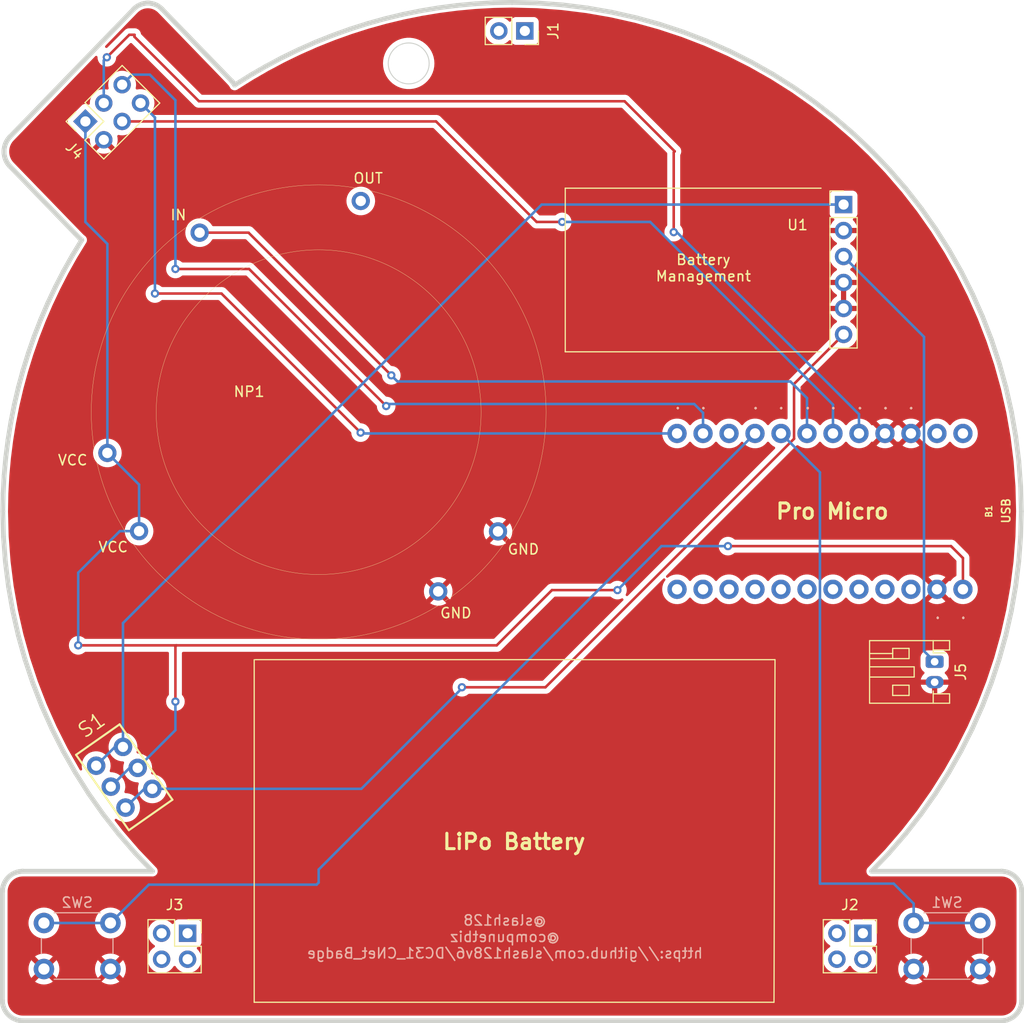
<source format=kicad_pcb>
(kicad_pcb (version 20211014) (generator pcbnew)
  (title_block (title "DC31 Cnet Badge Rear"))
  (layers (0 "F.Cu" signal) (31 "B.Cu" signal) (34 "B.Paste" user) (35 "F.Paste" user) (36 "B.SilkS" user "B.Silkscreen") (37 "F.SilkS" user "F.Silkscreen") (38 "B.Mask" user) (39 "F.Mask" user) (44 "Edge.Cuts" user))
  (net 0 "")
  (net 3 "GND")
  (net 13 "VCC")
  (net 25 "Net-(J5-Pad1)")
  (net 26 "Net-(B1-Pad5)")
  (net 27 "Net-(B1-Pad6)")
  (net 28 "Net-(B1-Pad9)")
  (net 30 "Net-(S1-Pad3)")
  (net 31 "Net-(S1-Pad1)")
  (net 32 "Net-(B1-Pad7)")
  (net 33 "Net-(B1-Pad8)")
  (net 34 "Net-(B1-Pad11)")
  (net 35 "Net-(B1-Pad12)")
  (footprint "DC31_Cnet_Badge:Adafruit-NeoPixel-Ring-16_B" (layer "F.Cu") (at 81.1 90.3)
    (fp_text reference "NP1")
    (fp_text value "Adafruit_NeoPixel_Ring_16-B")
  )
  (footprint "Connector_PinSocket_2.54mm:PinSocket_1x02_P2.54mm_Vertical" (layer "F.Cu") (at 101.25 53.025 -90)
    (fp_text reference "J1")
    (fp_text value "Conn_02x02_Top_Bottom" hide)
  )
  (footprint "DC31_Cnet_Badge:MH-CD42 LiPo Battery Management Module" (layer "F.Cu") (at 132.4 70)
    (fp_text reference "U1")
    (fp_text value "MH-CD42_LiPo_Batery_Management_Module" hide)
  )
  (footprint "SparkFun-Boards:SPARKFUN_PRO_MICRO" (layer "F.Cu") (at 131.365 100 -90)
    (fp_text reference "B1")
    (fp_text value "SPARKFUN_PRO_MICRO" hide)
  )
  (footprint "DC31_Cnet_Badge:LiPo_Battery_SparkFun_PRT-18286" (layer "F.Cu") (at 100 131.2)
    (fp_text reference "REF**" hide)
    (fp_text value "LiPo_Battery_SparkFun_PRT-18286")
  )
  (footprint "Connector_PinSocket_2.54mm:PinSocket_2x02_P2.54mm_Vertical" (layer "F.Cu") (at 134.29 141.25)
    (fp_text reference "J2")
    (fp_text value "Conn_02x02_Top_Bottom" hide)
  )
  (footprint "JS202011CQN:SPARKFUN-RETIRED_SWITCH-2.5X3.2-6" (layer "F.Cu") (at 62.223298 128.965602 35)
    (fp_text reference "S1")
    (fp_text value "JS202011CQN")
  )
  (footprint "Connector_JST:JST_PH_S2B-PH-K_1x02_P2.00mm_Horizontal" (layer "F.Cu") (at 141.3 114.7 -90)
    (fp_text reference "J5")
    (fp_text value "Conn_01x02_Male" hide)
  )
  (footprint "DC31_CNet_Badge:PinSocket_2x03_P2.54mm_Vertical_Tab" (layer "F.Cu") (at 58.302388 61.873277 135)
    (fp_text reference "J4")
    (fp_text value "Conn_02x03_Top_Bottom" hide)
  )
  (footprint "Connector_PinSocket_2.54mm:PinSocket_2x02_P2.54mm_Vertical" (layer "F.Cu") (at 68.29 141.25)
    (fp_text reference "J3")
    (fp_text value "Conn_02x02_Top_Bottom" hide)
  )
  (footprint "Button_Switch_THT:SW_PUSH_6mm" (layer "B.Cu") (at 60.75 140.25 180)
    (fp_text reference "SW2")
    (fp_text value "SW_Push" hide)
  )
  (footprint "Button_Switch_THT:SW_PUSH_6mm" (layer "B.Cu") (at 145.75 140.25 180)
    (fp_text reference "SW1")
    (fp_text value "SW_Push" hide)
  )
  (gr_line (start 50.732155 66.029492) (end 50.791676 66.108369) (layer "Edge.Cuts") (width 0.464309))
  (gr_line (start 50.431011 65.411546) (end 50.461188 65.505709) (layer "Edge.Cuts") (width 0.464309))
  (gr_line (start 149.083156 149.354247) (end 149.15572 149.291391) (layer "Edge.Cuts") (width 0.464309))
  (gr_line (start 149.770308 148.214116) (end 149.787899 148.115635) (layer "Edge.Cuts") (width 0.464309))
  (gr_line (start 64.886765 50.362754) (end 64.792808 50.340878) (layer "Edge.Cuts") (width 0.464309))
  (gr_line (start 50.212176 148.115605) (end 50.229762 148.214078) (layer "Edge.Cuts") (width 0.464309))
  (gr_line (start 50.405293 65.315867) (end 50.431011 65.411546) (layer "Edge.Cuts") (width 0.464309))
  (gr_line (start 143.905038 76.564588) (end 142.707878 74.447796) (layer "Edge.Cuts") (width 0.464309))
  (gr_line (start 121.264952 55.003747) (end 119.045309 54.020284) (layer "Edge.Cuts") (width 0.464309))
  (gr_line (start 92.835825 50.762263) (end 91.069696 51.054729) (layer "Edge.Cuts") (width 0.464309))
  (gr_line (start 57.879847 73.419272) (end 57.911782 73.444397) (layer "Edge.Cuts") (width 0.464309))
  (gr_line (start 51.884339 149.787881) (end 51.984422 149.800609) (layer "Edge.Cuts") (width 0.464309))
  (gr_line (start 50.922425 63.383679) (end 50.922425 63.383679) (layer "Edge.Cuts") (width 0.464309))
  (gr_line (start 50.191738 147.913981) (end 50.19946 148.015531) (layer "Edge.Cuts") (width 0.464309))
  (gr_line (start 51.785979 135.229769) (end 51.689226 135.252103) (layer "Edge.Cuts") (width 0.464309))
  (gr_line (start 148.115635 149.787899) (end 148.214116 149.770308) (layer "Edge.Cuts") (width 0.464309))
  (gr_line (start 50.279074 136.594308) (end 50.252121 136.689207) (layer "Edge.Cuts") (width 0.464309))
  (gr_line (start 149.800635 136.984545) (end 149.787918 136.884471) (layer "Edge.Cuts") (width 0.464309))
  (gr_line (start 58.627816 127.613237) (end 60.035011 129.609985) (layer "Edge.Cuts") (width 0.464309))
  (gr_line (start 50.645848 135.91692) (end 50.586478 135.992467) (layer "Edge.Cuts") (width 0.464309))
  (gr_line (start 135.191277 64.808575) (end 133.402982 63.106793) (layer "Edge.Cuts") (width 0.464309))
  (gr_line (start 52.085981 149.808344) (end 52.188892 149.810959) (layer "Edge.Cuts") (width 0.464309))
  (gr_line (start 63.654116 50.45614) (end 63.566356 50.496291) (layer "Edge.Cuts") (width 0.464309))
  (gr_line (start 50.53072 136.070874) (end 50.478701 136.152013) (layer "Edge.Cuts") (width 0.464309))
  (gr_line (start 109.754488 51.197084) (end 107.349117 50.777396) (layer "Edge.Cuts") (width 0.464309))
  (gr_line (start 50.461188 65.505709) (end 50.495758 65.598187) (layer "Edge.Cuts") (width 0.464309))
  (gr_line (start 50.189136 147.811081) (end 50.189136 147.811081) (layer "Edge.Cuts") (width 0.464309))
  (gr_line (start 63.743667 50.420454) (end 63.654116 50.45614) (layer "Edge.Cuts") (width 0.464309))
  (gr_line (start 129.608896 59.997562) (end 127.611263 58.593493) (layer "Edge.Cuts") (width 0.464309))
  (gr_line (start 148.678198 135.386412) (end 148.589616 135.346356) (layer "Edge.Cuts") (width 0.464309))
  (gr_line (start 63.396856 50.589714) (end 63.315438 50.642848) (layer "Edge.Cuts") (width 0.464309))
  (gr_line (start 50.676626 63.693155) (end 50.625154 63.777232) (layer "Edge.Cuts") (width 0.464309))
  (gr_line (start 149.22526 135.774975) (end 149.15581 135.708756) (layer "Edge.Cuts") (width 0.464309))
  (gr_line (start 148.310869 149.747973) (end 148.405768 149.721021) (layer "Edge.Cuts") (width 0.464309))
  (gr_line (start 64.116558 50.323743) (end 64.021454 50.340878) (layer "Edge.Cuts") (width 0.464309))
  (gr_line (start 50.478701 136.152013) (end 50.430546 136.23576) (layer "Edge.Cuts") (width 0.464309))
  (gr_line (start 135.144157 135.189117) (end 136.849096 133.402288) (layer "Edge.Cuts") (width 0.464309))
  (gr_line (start 51.41048 149.65372) (end 51.501293 149.689535) (layer "Edge.Cuts") (width 0.464309))
  (gr_line (start 147.811203 135.189117) (end 147.811203 135.189117) (layer "Edge.Cuts") (width 0.464309))
  (gr_line (start 139.964653 129.61056) (end 141.371878 127.613826) (layer "Edge.Cuts") (width 0.464309))
  (gr_line (start 149.613768 136.322053) (end 149.569608 136.235828) (layer "Edge.Cuts") (width 0.464309))
  (gr_line (start 149.810959 137.188995) (end 149.810959 137.188995) (layer "Edge.Cuts") (width 0.464309))
  (gr_line (start 96.40134 50.368222) (end 94.613597 50.533261) (layer "Edge.Cuts") (width 0.464309))
  (gr_line (start 50.189136 137.188995) (end 50.189136 147.811081) (layer "Edge.Cuts") (width 0.464309))
  (gr_line (start 149.521393 148.848063) (end 149.569549 148.764317) (layer "Edge.Cuts") (width 0.464309))
  (gr_line (start 50.232025 100.000042) (end 50.232025 100.000042) (layer "Edge.Cuts") (width 0.464309))
  (gr_line (start 149.704415 102.468959) (end 149.768082 100.00005) (layer "Edge.Cuts") (width 0.464309))
  (gr_line (start 77.560515 55.619315) (end 75.974434 56.460513) (layer "Edge.Cuts") (width 0.464309))
  (gr_line (start 143.876738 123.439032) (end 144.970979 121.269138) (layer "Edge.Cuts") (width 0.464309))
  (gr_line (start 50.480581 104.920734) (end 50.785105 107.351683) (layer "Edge.Cuts") (width 0.464309))
  (gr_line (start 63.236456 50.700171) (end 63.160073 50.761614) (layer "Edge.Cuts") (width 0.464309))
  (gr_line (start 65.798519 50.896586) (end 65.798519 50.896586) (layer "Edge.Cuts") (width 0.464309))
  (gr_line (start 51.78586 149.770283) (end 51.884339 149.787881) (layer "Edge.Cuts") (width 0.464309))
  (gr_line (start 57.944217 73.468851) (end 57.944217 73.468851) (layer "Edge.Cuts") (width 0.464309))
  (gr_line (start 94.613597 50.533261) (end 92.835825 50.762263) (layer "Edge.Cuts") (width 0.464309))
  (gr_line (start 50.676626 65.947931) (end 50.732155 66.029492) (layer "Edge.Cuts") (width 0.464309))
  (gr_line (start 135.144157 135.189117) (end 135.144157 135.189117) (layer "Edge.Cuts") (width 0.464309))
  (gr_line (start 50.518906 94.743404) (end 50.361722 96.488423) (layer "Edge.Cuts") (width 0.464309))
  (gr_line (start 149.354247 149.083156) (end 149.413617 149.007609) (layer "Edge.Cuts") (width 0.464309))
  (gr_line (start 72.663802 57.99185) (end 72.620382 57.942239) (layer "Edge.Cuts") (width 0.464309))
  (gr_line (start 57.029961 74.971839) (end 56.171224 76.502791) (layer "Edge.Cuts") (width 0.464309))
  (gr_line (start 52.726179 84.522501) (end 52.210068 86.188528) (layer "Edge.Cuts") (width 0.464309))
  (gr_line (start 72.575367 57.894091) (end 72.575367 57.894091) (layer "Edge.Cuts") (width 0.464309))
  (gr_line (start 51.501293 149.689535) (end 51.594211 149.720985) (layer "Edge.Cuts") (width 0.464309))
  (gr_line (start 149.706914 97.532163) (end 149.524544 95.08103) (layer "Edge.Cuts") (width 0.464309))
  (gr_line (start 52.188892 149.810959) (end 52.188892 149.810959) (layer "Edge.Cuts") (width 0.464309))
  (gr_line (start 50.625154 63.777232) (end 50.577808 63.86366) (layer "Edge.Cuts") (width 0.464309))
  (gr_line (start 50.386327 148.678023) (end 50.430487 148.764249) (layer "Edge.Cuts") (width 0.464309))
  (gr_line (start 72.889048 58.317841) (end 72.855865 58.260352) (layer "Edge.Cuts") (width 0.464309))
  (gr_line (start 51.410592 135.34631) (end 51.322008 135.386361) (layer "Edge.Cuts") (width 0.464309))
  (gr_line (start 148.214116 149.770308) (end 148.310869 149.747973) (layer "Edge.Cuts") (width 0.464309))
  (gr_line (start 50.844376 135.708686) (end 50.774922 135.774903) (layer "Edge.Cuts") (width 0.464309))
  (gr_line (start 149.787899 148.115635) (end 149.800622 148.015552) (layer "Edge.Cuts") (width 0.464309))
  (gr_line (start 51.235672 149.569494) (end 51.321897 149.613664) (layer "Edge.Cuts") (width 0.464309))
  (gr_line (start 63.927497 50.362754) (end 63.834848 50.389302) (layer "Edge.Cuts") (width 0.464309))
  (gr_line (start 136.849096 133.402288) (end 138.456493 131.541408) (layer "Edge.Cuts") (width 0.464309))
  (gr_line (start 50.774922 135.774903) (end 50.708704 135.844357) (layer "Edge.Cuts") (width 0.464309))
  (gr_line (start 100.00005 50.232027) (end 98.197382 50.267644) (layer "Edge.Cuts") (width 0.464309))
  (gr_line (start 50.495758 64.042899) (end 50.461188 64.135378) (layer "Edge.Cuts") (width 0.464309))
  (gr_line (start 148.015552 149.800622) (end 148.115635 149.787899) (layer "Edge.Cuts") (width 0.464309))
  (gr_line (start 149.810959 147.811081) (end 149.810959 147.811081) (layer "Edge.Cuts") (width 0.464309))
  (gr_line (start 89.316883 51.410161) (end 87.579058 51.828059) (layer "Edge.Cuts") (width 0.464309))
  (gr_line (start 54.62212 79.642359) (end 53.932658 81.247859) (layer "Edge.Cuts") (width 0.464309))
  (gr_line (start 149.810959 137.188995) (end 149.808357 137.086095) (layer "Edge.Cuts") (width 0.464309))
  (gr_line (start 50.430487 148.764249) (end 50.478638 148.847993) (layer "Edge.Cuts") (width 0.464309))
  (gr_line (start 50.992487 135.586459) (end 50.916939 135.645829) (layer "Edge.Cuts") (width 0.464309))
  (gr_line (start 50.346281 148.589442) (end 50.386327 148.678023) (layer "Edge.Cuts") (width 0.464309))
  (gr_line (start 51.984543 135.199454) (end 51.88446 135.212177) (layer "Edge.Cuts") (width 0.464309))
  (gr_line (start 50.199472 136.984524) (end 50.191744 137.086084) (layer "Edge.Cuts") (width 0.464309))
  (gr_line (start 51.235779 135.430527) (end 51.152032 135.478683) (layer "Edge.Cuts") (width 0.464309))
  (gr_line (start 50.625154 65.863854) (end 50.676626 65.947931) (layer "Edge.Cuts") (width 0.464309))
  (gr_line (start 149.748004 136.689252) (end 149.721057 136.594359) (layer "Edge.Cuts") (width 0.464309))
  (gr_line (start 99.999874 50.232033) (end 99.999874 50.232033) (layer "Edge.Cuts") (width 0.464309))
  (gr_line (start 149.521457 136.152083) (end 149.469443 136.070946) (layer "Edge.Cuts") (width 0.464309))
  (gr_line (start 50.348349 64.719777) (end 50.34593 64.820543) (layer "Edge.Cuts") (width 0.464309))
  (gr_line (start 75.974434 56.460513) (end 74.416721 57.360188) (layer "Edge.Cuts") (width 0.464309))
  (gr_line (start 51.689108 149.747942) (end 51.78586 149.770283) (layer "Edge.Cuts") (width 0.464309))
  (gr_line (start 116.780361 53.146196) (end 114.474189 52.383174) (layer "Edge.Cuts") (width 0.464309))
  (gr_line (start 50.855122 63.45669) (end 50.791676 63.532717) (layer "Edge.Cuts") (width 0.464309))
  (gr_line (start 50.361722 96.488423) (end 50.265944 98.241155) (layer "Edge.Cuts") (width 0.464309))
  (gr_line (start 74.416721 57.360188) (end 72.889048 58.317841) (layer "Edge.Cuts") (width 0.464309))
  (gr_line (start 57.699272 73.254911) (end 57.728006 73.283884) (layer "Edge.Cuts") (width 0.464309))
  (gr_line (start 65.498824 50.642848) (end 65.417406 50.589714) (layer "Edge.Cuts") (width 0.464309))
  (gr_line (start 125.552008 57.292041) (end 123.435211 56.094896) (layer "Edge.Cuts") (width 0.464309))
  (gr_line (start 127.611263 58.593493) (end 125.552008 57.292041) (layer "Edge.Cuts") (width 0.464309))
  (gr_line (start 63.160073 50.761614) (end 63.086448 50.827109) (layer "Edge.Cuts") (width 0.464309))
  (gr_line (start 57.817515 73.367045) (end 57.848421 73.393485) (layer "Edge.Cuts") (width 0.464309))
  (gr_line (start 50.495758 65.598187) (end 50.534654 65.688815) (layer "Edge.Cuts") (width 0.464309))
  (gr_line (start 57.728006 73.283884) (end 57.757297 73.312236) (layer "Edge.Cuts") (width 0.464309))
  (gr_line (start 53.165256 116.784213) (end 54.042323 119.04911) (layer "Edge.Cuts") (width 0.464309))
  (gr_line (start 52.189014 135.189117) (end 52.086103 135.191726) (layer "Edge.Cuts") (width 0.464309))
  (gr_line (start 141.406411 72.388548) (end 140.002328 70.390923) (layer "Edge.Cuts") (width 0.464309))
  (gr_line (start 147.811081 149.810959) (end 147.913992 149.808351) (layer "Edge.Cuts") (width 0.464309))
  (gr_line (start 57.911782 73.444397) (end 57.944217 73.468851) (layer "Edge.Cuts") (width 0.464309))
  (gr_line (start 82.472236 53.451565) (end 80.811088 54.114342) (layer "Edge.Cuts") (width 0.464309))
  (gr_line (start 149.524544 95.08103) (end 149.22266 92.65073) (layer "Edge.Cuts") (width 0.464309))
  (gr_line (start 50.189136 147.811081) (end 50.191738 147.913981) (layer "Edge.Cuts") (width 0.464309))
  (gr_line (start 72.705595 58.042881) (end 72.663802 57.99185) (layer "Edge.Cuts") (width 0.464309))
  (gr_line (start 50.844285 149.291321) (end 50.916845 149.354179) (layer "Edge.Cuts") (width 0.464309))
  (gr_line (start 72.74573 58.09529) (end 72.705595 58.042881) (layer "Edge.Cuts") (width 0.464309))
  (gr_line (start 149.613715 148.678088) (end 149.653766 148.589503) (layer "Edge.Cuts") (width 0.464309))
  (gr_line (start 148.214236 135.229793) (end 148.115756 135.212196) (layer "Edge.Cuts") (width 0.464309))
  (gr_line (start 50.3841 64.42225) (end 50.367501 64.520464) (layer "Edge.Cuts") (width 0.464309))
  (gr_line (start 136.893071 66.596857) (end 135.191277 64.808575) (layer "Edge.Cuts") (width 0.464309))
  (gr_line (start 57.699272 73.254911) (end 57.699272 73.254911) (layer "Edge.Cuts") (width 0.464309))
  (gr_line (start 50.992389 149.413552) (end 51.070792 149.469312) (layer "Edge.Cuts") (width 0.464309))
  (gr_line (start 51.594211 149.720985) (end 51.689108 149.747942) (layer "Edge.Cuts") (width 0.464309))
  (gr_line (start 50.229787 136.78596) (end 50.212195 136.884441) (layer "Edge.Cuts") (width 0.464309))
  (gr_line (start 147.913992 149.808351) (end 148.015552 149.800622) (layer "Edge.Cuts") (width 0.464309))
  (gr_line (start 149.15572 149.291391) (end 149.225173 149.225173) (layer "Edge.Cuts") (width 0.464309))
  (gr_line (start 52.086103 135.191726) (end 51.984543 135.199454) (layer "Edge.Cuts") (width 0.464309))
  (gr_line (start 50.732155 63.611594) (end 50.676626 63.693155) (layer "Edge.Cuts") (width 0.464309))
  (gr_line (start 50.577808 63.86366) (end 50.534654 63.952271) (layer "Edge.Cuts") (width 0.464309))
  (gr_line (start 148.498803 135.310541) (end 148.405885 135.279092) (layer "Edge.Cuts") (width 0.464309))
  (gr_line (start 55.02881 121.268544) (end 56.123019 123.438433) (layer "Edge.Cuts") (width 0.464309))
  (gr_line (start 50.310518 136.501388) (end 50.279074 136.594308) (layer "Edge.Cuts") (width 0.464309))
  (gr_line (start 148.678088 149.613715) (end 148.764317 149.569549) (layer "Edge.Cuts") (width 0.464309))
  (gr_line (start 72.620382 57.942239) (end 72.575367 57.894091) (layer "Edge.Cuts") (width 0.464309))
  (gr_line (start 149.768082 100.00005) (end 149.706914 97.532163) (layer "Edge.Cuts") (width 0.464309))
  (gr_line (start 50.355562 65.021392) (end 50.367501 65.120623) (layer "Edge.Cuts") (width 0.464309))
  (gr_line (start 149.653766 148.589503) (end 149.689576 148.498688) (layer "Edge.Cuts") (width 0.464309))
  (gr_line (start 51.321897 149.613664) (end 51.41048 149.65372) (layer "Edge.Cuts") (width 0.464309))
  (gr_line (start 148.764424 135.430582) (end 148.678198 135.386412) (layer "Edge.Cuts") (width 0.464309))
  (gr_line (start 60.035011 129.609985) (end 61.543142 131.540852) (layer "Edge.Cuts") (width 0.464309))
  (gr_line (start 65.727815 50.827109) (end 65.65419 50.761614) (layer "Edge.Cuts") (width 0.464309))
  (gr_line (start 85.857894 52.307925) (end 84.155062 52.84926) (layer "Edge.Cuts") (width 0.464309))
  (gr_line (start 147.811203 135.189117) (end 135.144157 135.189117) (layer "Edge.Cuts") (width 0.464309))
  (gr_line (start 148.929304 135.530764) (end 148.848168 135.478742) (layer "Edge.Cuts") (width 0.464309))
  (gr_line (start 145.9575 119.049688) (end 146.834601 116.784767) (layer "Edge.Cuts") (width 0.464309))
  (gr_line (start 140.002328 70.390923) (end 138.497318 68.458999) (layer "Edge.Cuts") (width 0.464309))
  (gr_line (start 51.151928 149.521335) (end 51.235672 149.569494) (layer "Edge.Cuts") (width 0.464309))
  (gr_line (start 149.007609 149.413617) (end 149.083156 149.354247) (layer "Edge.Cuts") (width 0.464309))
  (gr_line (start 53.932658 81.247859) (end 53.300527 82.875092) (layer "Edge.Cuts") (width 0.464309))
  (gr_line (start 50.64577 149.083084) (end 50.708622 149.155647) (layer "Edge.Cuts") (width 0.464309))
  (gr_line (start 51.88446 135.212177) (end 51.785979 135.229769) (layer "Edge.Cuts") (width 0.464309))
  (gr_line (start 50.367501 65.120623) (end 50.3841 65.218837) (layer "Edge.Cuts") (width 0.464309))
  (gr_line (start 51.501407 135.3105) (end 51.410592 135.34631) (layer "Edge.Cuts") (width 0.464309))
  (gr_line (start 147.616827 85.525617) (end 146.853787 83.219439) (layer "Edge.Cuts") (width 0.464309))
  (gr_line (start 54.042323 119.04911) (end 55.02881 121.268544) (layer "Edge.Cuts") (width 0.464309))
  (gr_line (start 72.820897 58.204069) (end 72.784175 58.149034) (layer "Edge.Cuts") (width 0.464309))
  (gr_line (start 149.747973 148.310869) (end 149.770308 148.214116) (layer "Edge.Cuts") (width 0.464309))
  (gr_line (start 146.834601 116.784767) (end 147.600588 114.478457) (layer "Edge.Cuts") (width 0.464309))
  (gr_line (start 50.855122 66.184396) (end 50.922425 66.257406) (layer "Edge.Cuts") (width 0.464309))
  (gr_line (start 149.569549 148.764317) (end 149.613715 148.678088) (layer "Edge.Cuts") (width 0.464309))
  (gr_line (start 50.785105 107.351683) (end 51.207531 109.75759) (layer "Edge.Cuts") (width 0.464309))
  (gr_line (start 149.787918 136.884471) (end 149.770333 136.785998) (layer "Edge.Cuts") (width 0.464309))
  (gr_line (start 51.354366 89.570203) (end 51.01568 91.282736) (layer "Edge.Cuts") (width 0.464309))
  (gr_line (start 142.676472 125.555289) (end 143.876738 123.439032) (layer "Edge.Cuts") (width 0.464309))
  (gr_line (start 114.474189 52.383174) (end 112.130872 51.732907) (layer "Edge.Cuts") (width 0.464309))
  (gr_line (start 50.737043 93.007656) (end 50.518906 94.743404) (layer "Edge.Cuts") (width 0.464309))
  (gr_line (start 50.791676 66.108369) (end 50.855122 66.184396) (layer "Edge.Cuts") (width 0.464309))
  (gr_line (start 72.855865 58.260352) (end 72.820897 58.204069) (layer "Edge.Cuts") (width 0.464309))
  (gr_line (start 64.601617 50.311418) (end 64.504705 50.303973) (layer "Edge.Cuts") (width 0.464309))
  (gr_line (start 50.191744 137.086084) (end 50.189136 137.188995) (layer "Edge.Cuts") (width 0.464309))
  (gr_line (start 148.015673 135.199467) (end 147.914114 135.191732) (layer "Edge.Cuts") (width 0.464309))
  (gr_line (start 51.070792 149.469312) (end 51.151928 149.521335) (layer "Edge.Cuts") (width 0.464309))
  (gr_line (start 50.461188 64.135378) (end 50.431011 64.22954) (layer "Edge.Cuts") (width 0.464309))
  (gr_line (start 148.405768 149.721021) (end 148.498688 149.689576) (layer "Edge.Cuts") (width 0.464309))
  (gr_line (start 123.435211 56.094896) (end 121.264952 55.003747) (layer "Edge.Cuts") (width 0.464309))
  (gr_line (start 149.569608 136.235828) (end 149.521457 136.152083) (layer "Edge.Cuts") (width 0.464309))
  (gr_line (start 149.721021 148.405768) (end 149.747973 148.310869) (layer "Edge.Cuts") (width 0.464309))
  (gr_line (start 63.015743 50.896586) (end 63.015743 50.896586) (layer "Edge.Cuts") (width 0.464309))
  (gr_line (start 147.600588 114.478457) (end 148.253764 112.134839) (layer "Edge.Cuts") (width 0.464309))
  (gr_line (start 149.15581 135.708756) (end 149.083251 135.645897) (layer "Edge.Cuts") (width 0.464309))
  (gr_line (start 63.015743 50.896586) (end 50.922425 63.383679) (layer "Edge.Cuts") (width 0.464309))
  (gr_line (start 50.212195 136.884441) (end 50.199472 136.984524) (layer "Edge.Cuts") (width 0.464309))
  (gr_line (start 56.171224 76.502791) (end 55.368459 78.06015) (layer "Edge.Cuts") (width 0.464309))
  (gr_line (start 135.191277 64.808575) (end 135.191277 64.808575) (layer "Edge.Cuts") (width 0.464309))
  (gr_line (start 149.800622 148.015552) (end 149.808351 147.913992) (layer "Edge.Cuts") (width 0.464309))
  (gr_line (start 50.916939 135.645829) (end 50.844376 135.708686) (layer "Edge.Cuts") (width 0.464309))
  (gr_line (start 149.354325 135.916993) (end 149.291473 135.844429) (layer "Edge.Cuts") (width 0.464309))
  (gr_line (start 51.152032 135.478683) (end 51.070893 135.530702) (layer "Edge.Cuts") (width 0.464309))
  (gr_line (start 64.855423 135.188606) (end 52.189014 135.189117) (layer "Edge.Cuts") (width 0.464309))
  (gr_line (start 72.889048 58.317841) (end 72.889048 58.317841) (layer "Edge.Cuts") (width 0.464309))
  (gr_line (start 61.543142 131.540852) (end 63.150511 133.401754) (layer "Edge.Cuts") (width 0.464309))
  (gr_line (start 65.417406 50.589714) (end 65.333713 50.540839) (layer "Edge.Cuts") (width 0.464309))
  (gr_line (start 80.811088 54.114342) (end 79.17329 54.837091) (layer "Edge.Cuts") (width 0.464309))
  (gr_line (start 64.792808 50.340878) (end 64.697705 50.323743) (layer "Edge.Cuts") (width 0.464309))
  (gr_line (start 57.787137 73.339959) (end 57.817515 73.367045) (layer "Edge.Cuts") (width 0.464309))
  (gr_line (start 149.653814 136.410634) (end 149.613768 136.322053) (layer "Edge.Cuts") (width 0.464309))
  (gr_line (start 149.225173 149.225173) (end 149.291391 149.15572) (layer "Edge.Cuts") (width 0.464309))
  (gr_line (start 51.01568 91.282736) (end 50.737043 93.007656) (layer "Edge.Cuts") (width 0.464309))
  (gr_line (start 50.534654 63.952271) (end 50.495758 64.042899) (layer "Edge.Cuts") (width 0.464309))
  (gr_line (start 50.774836 149.225101) (end 50.844285 149.291321) (layer "Edge.Cuts") (width 0.464309))
  (gr_line (start 148.589503 149.653766) (end 148.678088 149.613715) (layer "Edge.Cuts") (width 0.464309))
  (gr_line (start 149.689576 148.498688) (end 149.721021 148.405768) (layer "Edge.Cuts") (width 0.464309))
  (gr_line (start 148.267112 87.868944) (end 147.616827 85.525617) (layer "Edge.Cuts") (width 0.464309))
  (gr_line (start 50.530652 148.929131) (end 50.586405 149.007536) (layer "Edge.Cuts") (width 0.464309))
  (gr_line (start 148.310987 135.252134) (end 148.214236 135.229793) (layer "Edge.Cuts") (width 0.464309))
  (gr_line (start 64.979415 50.389302) (end 64.886765 50.362754) (layer "Edge.Cuts") (width 0.464309))
  (gr_line (start 52.189014 135.189117) (end 52.189014 135.189117) (layer "Edge.Cuts") (width 0.464309))
  (gr_line (start 148.589616 135.346356) (end 148.498803 135.310541) (layer "Edge.Cuts") (width 0.464309))
  (gr_line (start 64.407131 50.301476) (end 64.407131 50.301476) (layer "Edge.Cuts") (width 0.464309))
  (gr_line (start 53.300527 82.875092) (end 52.726179 84.522501) (layer "Edge.Cuts") (width 0.464309))
  (gr_line (start 148.405885 135.279092) (end 148.310987 135.252134) (layer "Edge.Cuts") (width 0.464309))
  (gr_line (start 51.746163 112.134369) (end 52.399303 114.477939) (layer "Edge.Cuts") (width 0.464309))
  (gr_line (start 51.689226 135.252103) (end 51.594327 135.279056) (layer "Edge.Cuts") (width 0.464309))
  (gr_line (start 50.922425 66.257406) (end 57.699272 73.254911) (layer "Edge.Cuts") (width 0.464309))
  (gr_line (start 65.65419 50.761614) (end 65.577806 50.700171) (layer "Edge.Cuts") (width 0.464309))
  (gr_line (start 50.265944 98.241155) (end 50.232025 100.000042) (layer "Edge.Cuts") (width 0.464309))
  (gr_line (start 50.916845 149.354179) (end 50.992389 149.413552) (layer "Edge.Cuts") (width 0.464309))
  (gr_line (start 50.252091 148.310824) (end 50.279037 148.405717) (layer "Edge.Cuts") (width 0.464309))
  (gr_line (start 149.291473 135.844429) (end 149.22526 135.774975) (layer "Edge.Cuts") (width 0.464309))
  (gr_line (start 64.697705 50.323743) (end 64.601617 50.311418) (layer "Edge.Cuts") (width 0.464309))
  (gr_line (start 148.848063 149.521393) (end 148.929203 149.469374) (layer "Edge.Cuts") (width 0.464309))
  (gr_line (start 50.586478 135.992467) (end 50.53072 136.070874) (layer "Edge.Cuts") (width 0.464309))
  (gr_line (start 147.811081 149.810959) (end 147.811081 149.810959) (layer "Edge.Cuts") (width 0.464309))
  (gr_line (start 52.188892 149.810959) (end 147.811081 149.810959) (layer "Edge.Cuts") (width 0.464309))
  (gr_line (start 57.757297 73.312236) (end 57.787137 73.339959) (layer "Edge.Cuts") (width 0.464309))
  (gr_line (start 91.069696 51.054729) (end 89.316883 51.410161) (layer "Edge.Cuts") (width 0.464309))
  (gr_line (start 65.160146 50.45614) (end 65.070596 50.420454) (layer "Edge.Cuts") (width 0.464309))
  (gr_line (start 72.575367 57.894091) (end 65.798519 50.896586) (layer "Edge.Cuts") (width 0.464309))
  (gr_line (start 50.3841 65.218837) (end 50.405293 65.315867) (layer "Edge.Cuts") (width 0.464309))
  (gr_line (start 98.197382 50.267644) (end 96.40134 50.368222) (layer "Edge.Cuts") (width 0.464309))
  (gr_line (start 64.309557 50.303973) (end 64.212646 50.311418) (layer "Edge.Cuts") (width 0.464309))
  (gr_line (start 63.315438 50.642848) (end 63.236456 50.700171) (layer "Edge.Cuts") (width 0.464309))
  (gr_line (start 50.232025 100.000042) (end 50.295655 102.468826) (layer "Edge.Cuts") (width 0.464309))
  (gr_line (start 55.368459 78.06015) (end 54.62212 79.642359) (layer "Edge.Cuts") (width 0.464309))
  (gr_line (start 149.469374 148.929203) (end 149.521393 148.848063) (layer "Edge.Cuts") (width 0.464309))
  (gr_line (start 145.979683 80.954489) (end 144.996203 78.734846) (layer "Edge.Cuts") (width 0.464309))
  (gr_line (start 50.922425 63.383679) (end 50.855122 63.45669) (layer "Edge.Cuts") (width 0.464309))
  (gr_line (start 64.212646 50.311418) (end 64.116558 50.323743) (layer "Edge.Cuts") (width 0.464309))
  (gr_line (start 50.34593 64.820543) (end 50.34835 64.92131) (layer "Edge.Cuts") (width 0.464309))
  (gr_line (start 50.431011 64.22954) (end 50.405292 64.32522) (layer "Edge.Cuts") (width 0.464309))
  (gr_line (start 149.689619 136.501445) (end 149.653814 136.410634) (layer "Edge.Cuts") (width 0.464309))
  (gr_line (start 149.413691 135.99254) (end 149.354325 135.916993) (layer "Edge.Cuts") (width 0.464309))
  (gr_line (start 56.123019 123.438433) (end 57.323253 125.554692) (layer "Edge.Cuts") (width 0.464309))
  (gr_line (start 50.367501 64.520464) (end 50.355562 64.619695) (layer "Edge.Cuts") (width 0.464309))
  (gr_line (start 142.707878 74.447796) (end 141.406411 72.388548) (layer "Edge.Cuts") (width 0.464309))
  (gr_line (start 149.808357 137.086095) (end 149.800635 136.984545) (layer "Edge.Cuts") (width 0.464309))
  (gr_line (start 84.155062 52.84926) (end 82.472236 53.451565) (layer "Edge.Cuts") (width 0.464309))
  (gr_line (start 51.207531 109.75759) (end 51.746163 112.134369) (layer "Edge.Cuts") (width 0.464309))
  (gr_line (start 149.768082 100.00005) (end 149.768082 100.00005) (layer "Edge.Cuts") (width 0.464309))
  (gr_line (start 102.467731 50.29318) (end 99.999874 50.232033) (layer "Edge.Cuts") (width 0.464309))
  (gr_line (start 148.792431 109.757998) (end 149.214893 107.352016) (layer "Edge.Cuts") (width 0.464309))
  (gr_line (start 50.295655 102.468826) (end 50.480581 104.920734) (layer "Edge.Cuts") (width 0.464309))
  (gr_line (start 57.848421 73.393485) (end 57.879847 73.419272) (layer "Edge.Cuts") (width 0.464309))
  (gr_line (start 50.577808 65.777426) (end 50.625154 65.863854) (layer "Edge.Cuts") (width 0.464309))
  (gr_line (start 64.504705 50.303973) (end 64.407131 50.301476) (layer "Edge.Cuts") (width 0.464309))
  (gr_line (start 50.534654 65.688815) (end 50.577808 65.777426) (layer "Edge.Cuts") (width 0.464309))
  (gr_line (start 104.918838 50.475531) (end 102.467731 50.29318) (layer "Edge.Cuts") (width 0.464309))
  (gr_line (start 99.999874 50.232033) (end 100.00005 50.232027) (layer "Edge.Cuts") (width 0.464309))
  (gr_line (start 65.070596 50.420454) (end 64.979415 50.389302) (layer "Edge.Cuts") (width 0.464309))
  (gr_circle (center 89.9 56.2) (end 91.9 56.2) (layer "Edge.Cuts") (width 0.1) (fill none))
  (gr_line (start 50.405292 64.32522) (end 50.3841 64.42225) (layer "Edge.Cuts") (width 0.464309))
  (gr_line (start 57.323253 125.554692) (end 58.627816 127.613237) (layer "Edge.Cuts") (width 0.464309))
  (gr_line (start 148.115756 135.212196) (end 148.015673 135.199467) (layer "Edge.Cuts") (width 0.464309))
  (gr_line (start 50.430546 136.23576) (end 50.38638 136.321988) (layer "Edge.Cuts") (width 0.464309))
  (gr_line (start 50.19946 148.015531) (end 50.212176 148.115605) (layer "Edge.Cuts") (width 0.464309))
  (gr_line (start 148.498688 149.689576) (end 148.589503 149.653766) (layer "Edge.Cuts") (width 0.464309))
  (gr_line (start 149.22266 92.65073) (end 148.802953 90.245341) (layer "Edge.Cuts") (width 0.464309))
  (gr_line (start 50.586405 149.007536) (end 50.64577 149.083084) (layer "Edge.Cuts") (width 0.464309))
  (gr_line (start 50.708622 149.155647) (end 50.774836 149.225101) (layer "Edge.Cuts") (width 0.464309))
  (gr_line (start 50.189136 137.188995) (end 50.189136 137.188995) (layer "Edge.Cuts") (width 0.464309))
  (gr_line (start 64.407131 50.301476) (end 64.309557 50.303973) (layer "Edge.Cuts") (width 0.464309))
  (gr_line (start 64.021454 50.340878) (end 63.927497 50.362754) (layer "Edge.Cuts") (width 0.464309))
  (gr_line (start 51.752646 87.871614) (end 51.354366 89.570203) (layer "Edge.Cuts") (width 0.464309))
  (gr_line (start 57.944217 73.468851) (end 57.029961 74.971839) (layer "Edge.Cuts") (width 0.464309))
  (gr_line (start 52.210068 86.188528) (end 51.752646 87.871614) (layer "Edge.Cuts") (width 0.464309))
  (gr_line (start 149.519453 104.920975) (end 149.704415 102.468959) (layer "Edge.Cuts") (width 0.464309))
  (gr_line (start 65.333713 50.540839) (end 65.247906 50.496291) (layer "Edge.Cuts") (width 0.464309))
  (gr_line (start 51.322008 135.386361) (end 51.235779 135.430527) (layer "Edge.Cuts") (width 0.464309))
  (gr_line (start 87.579058 51.828059) (end 85.857894 52.307925) (layer "Edge.Cuts") (width 0.464309))
  (gr_line (start 52.399303 114.477939) (end 53.165256 116.784213) (layer "Edge.Cuts") (width 0.464309))
  (gr_line (start 50.252121 136.689207) (end 50.229787 136.78596) (layer "Edge.Cuts") (width 0.464309))
  (gr_line (start 50.229762 148.214078) (end 50.252091 148.310824) (layer "Edge.Cuts") (width 0.464309))
  (gr_line (start 149.291391 149.15572) (end 149.354247 149.083156) (layer "Edge.Cuts") (width 0.464309))
  (gr_line (start 149.413617 149.007609) (end 149.469374 148.929203) (layer "Edge.Cuts") (width 0.464309))
  (gr_line (start 51.070893 135.530702) (end 50.992487 135.586459) (layer "Edge.Cuts") (width 0.464309))
  (gr_line (start 146.853787 83.219439) (end 145.979683 80.954489) (layer "Edge.Cuts") (width 0.464309))
  (gr_line (start 138.456493 131.541408) (end 139.964653 129.61056) (layer "Edge.Cuts") (width 0.464309))
  (gr_line (start 72.784175 58.149034) (end 72.74573 58.09529) (layer "Edge.Cuts") (width 0.464309))
  (gr_line (start 144.970979 121.269138) (end 145.9575 119.049688) (layer "Edge.Cuts") (width 0.464309))
  (gr_line (start 50.708704 135.844357) (end 50.645848 135.91692) (layer "Edge.Cuts") (width 0.464309))
  (gr_line (start 144.996203 78.734846) (end 143.905038 76.564588) (layer "Edge.Cuts") (width 0.464309))
  (gr_line (start 149.721057 136.594359) (end 149.689619 136.501445) (layer "Edge.Cuts") (width 0.464309))
  (gr_line (start 50.34835 64.92131) (end 50.355562 65.021392) (layer "Edge.Cuts") (width 0.464309))
  (gr_line (start 63.834848 50.389302) (end 63.743667 50.420454) (layer "Edge.Cuts") (width 0.464309))
  (gr_line (start 50.922425 66.257406) (end 50.922425 66.257406) (layer "Edge.Cuts") (width 0.464309))
  (gr_line (start 63.566356 50.496291) (end 63.480549 50.540839) (layer "Edge.Cuts") (width 0.464309))
  (gr_line (start 149.770333 136.785998) (end 149.748004 136.689252) (layer "Edge.Cuts") (width 0.464309))
  (gr_line (start 119.045309 54.020284) (end 116.780361 53.146196) (layer "Edge.Cuts") (width 0.464309))
  (gr_line (start 147.914114 135.191732) (end 147.811203 135.189117) (layer "Edge.Cuts") (width 0.464309))
  (gr_line (start 141.371878 127.613826) (end 142.676472 125.555289) (layer "Edge.Cuts") (width 0.464309))
  (gr_line (start 112.130872 51.732907) (end 109.754488 51.197084) (layer "Edge.Cuts") (width 0.464309))
  (gr_line (start 148.253764 112.134839) (end 148.792431 109.757998) (layer "Edge.Cuts") (width 0.464309))
  (gr_line (start 51.984422 149.800609) (end 52.085981 149.808344) (layer "Edge.Cuts") (width 0.464309))
  (gr_line (start 50.346328 136.410573) (end 50.310518 136.501388) (layer "Edge.Cuts") (width 0.464309))
  (gr_line (start 65.798519 50.896586) (end 65.727815 50.827109) (layer "Edge.Cuts") (width 0.464309))
  (gr_line (start 50.279037 148.405717) (end 50.310476 148.498632) (layer "Edge.Cuts") (width 0.464309))
  (gr_line (start 50.791676 63.532717) (end 50.732155 63.611594) (layer "Edge.Cuts") (width 0.464309))
  (gr_line (start 149.214893 107.352016) (end 149.519453 104.920975) (layer "Edge.Cuts") (width 0.464309))
  (gr_line (start 133.402982 63.106793) (end 131.540829 61.502559) (layer "Edge.Cuts") (width 0.464309))
  (gr_line (start 149.808351 147.913992) (end 149.810959 147.811081) (layer "Edge.Cuts") (width 0.464309))
  (gr_line (start 63.480549 50.540839) (end 63.396856 50.589714) (layer "Edge.Cuts") (width 0.464309))
  (gr_line (start 50.34593 64.820543) (end 50.34593 64.820543) (layer "Edge.Cuts") (width 0.464309))
  (gr_line (start 131.540829 61.502559) (end 129.608896 59.997562) (layer "Edge.Cuts") (width 0.464309))
  (gr_line (start 63.150511 133.401754) (end 64.855423 135.188606) (layer "Edge.Cuts") (width 0.464309))
  (gr_line (start 149.007707 135.586525) (end 148.929304 135.530764) (layer "Edge.Cuts") (width 0.464309))
  (gr_line (start 51.594327 135.279056) (end 51.501407 135.3105) (layer "Edge.Cuts") (width 0.464309))
  (gr_line (start 138.497318 68.458999) (end 136.893071 66.596857) (layer "Edge.Cuts") (width 0.464309))
  (gr_line (start 107.349117 50.777396) (end 104.918838 50.475531) (layer "Edge.Cuts") (width 0.464309))
  (gr_line (start 148.848168 135.478742) (end 148.764424 135.430582) (layer "Edge.Cuts") (width 0.464309))
  (gr_line (start 149.469443 136.070946) (end 149.413691 135.99254) (layer "Edge.Cuts") (width 0.464309))
  (gr_line (start 149.083251 135.645897) (end 149.007707 135.586525) (layer "Edge.Cuts") (width 0.464309))
  (gr_line (start 148.802953 90.245341) (end 148.267112 87.868944) (layer "Edge.Cuts") (width 0.464309))
  (gr_line (start 65.247906 50.496291) (end 65.160146 50.45614) (layer "Edge.Cuts") (width 0.464309))
  (gr_line (start 50.310476 148.498632) (end 50.346281 148.589442) (layer "Edge.Cuts") (width 0.464309))
  (gr_line (start 148.929203 149.469374) (end 149.007609 149.413617) (layer "Edge.Cuts") (width 0.464309))
  (gr_line (start 50.478638 148.847993) (end 50.530652 148.929131) (layer "Edge.Cuts") (width 0.464309))
  (gr_line (start 148.764317 149.569549) (end 148.848063 149.521393) (layer "Edge.Cuts") (width 0.464309))
  (gr_line (start 50.355562 64.619695) (end 50.348349 64.719777) (layer "Edge.Cuts") (width 0.464309))
  (gr_line (start 63.086448 50.827109) (end 63.015743 50.896586) (layer "Edge.Cuts") (width 0.464309))
  (gr_line (start 65.577806 50.700171) (end 65.498824 50.642848) (layer "Edge.Cuts") (width 0.464309))
  (gr_line (start 50.38638 136.321988) (end 50.346328 136.410573) (layer "Edge.Cuts") (width 0.464309))
  (gr_line (start 79.17329 54.837091) (end 77.560515 55.619315) (layer "Edge.Cuts") (width 0.464309))
  (gr_line (start 64.855423 135.188606) (end 64.855423 135.188606) (layer "Edge.Cuts") (width 0.464309))
  (gr_line (start 149.810959 147.811081) (end 149.810959 137.188995) (layer "Edge.Cuts") (width 0.464309))
  (gr_text "@slash128\n@compunetbiz\nhttps://github.com/slash128v6/DC31_CNet_Badge" (at 99.3 141.6) (layer "B.SilkS") (effects (font (size 1 1)) (justify mirror)))
  (gr_text "." (at 123.8 89.5) (layer "B.SilkS") (effects (font (size 1 1)) (justify mirror)))
  (gr_text "." (at 144.1 110) (layer "B.SilkS") (effects (font (size 1 1)) (justify mirror)))
  (gr_text "." (at 126.3 89.5) (layer "B.SilkS") (effects (font (size 1 1)) (justify mirror)))
  (gr_text "." (at 128.9 89.5) (layer "B.SilkS") (effects (font (size 1 1)) (justify mirror)))
  (gr_text "." (at 136.5 89.5) (layer "B.SilkS") (effects (font (size 1 1)) (justify mirror)))
  (gr_text "." (at 118.7 89.5) (layer "B.SilkS") (effects (font (size 1 1)) (justify mirror)))
  (gr_text "." (at 134 89.5) (layer "B.SilkS") (effects (font (size 1 1)) (justify mirror)))
  (gr_text "." (at 131.4 89.5) (layer "B.SilkS") (effects (font (size 1 1)) (justify mirror)))
  (gr_text "." (at 141.6 110) (layer "B.SilkS") (effects (font (size 1 1)) (justify mirror)))
  (gr_text "." (at 139 89.5) (layer "B.SilkS") (effects (font (size 1 1)) (justify mirror)))
  (gr_text "." (at 116.2 89.5) (layer "B.SilkS") (effects (font (size 1 1)) (justify mirror)))
  (gr_text "." (at 128.9 89.5) (layer "F.SilkS") (effects (font (size 1 1))))
  (gr_text "Battery\nManagement" (at 118.7 76.2) (layer "F.SilkS") (effects (font (size 1 1))))
  (gr_text "." (at 116.2 89.5) (layer "F.SilkS") (effects (font (size 1 1))))
  (gr_text "." (at 118.7 89.5) (layer "F.SilkS") (effects (font (size 1 1))))
  (gr_text "." (at 141.6 110) (layer "F.SilkS") (effects (font (size 1 1))))
  (gr_text "." (at 134 89.5) (layer "F.SilkS") (effects (font (size 1 1))))
  (gr_text "." (at 123.8 89.5) (layer "F.SilkS") (effects (font (size 1 1))))
  (gr_text "." (at 139 89.5) (layer "F.SilkS") (effects (font (size 1 1))))
  (gr_text "." (at 144.1 110) (layer "F.SilkS") (effects (font (size 1 1))))
  (gr_text "LiPo Battery" (at 100.2 132.3) (layer "F.SilkS") (effects (font (size 1.5 1.5) (thickness 0.3))))
  (gr_text "Pro Micro" (at 131.3 100) (layer "F.SilkS") (effects (font (size 1.5 1.5) (thickness 0.3))))
  (gr_text "." (at 131.4 89.5) (layer "F.SilkS") (effects (font (size 1 1))))
  (gr_text "." (at 126.3 89.5) (layer "F.SilkS") (effects (font (size 1 1))))
  (gr_text "." (at 136.5 89.5) (layer "F.SilkS") (effects (font (size 1 1))))
  (segment (start 98.626 101.984) (end 98.626 101.9586) (width 0.25) (layer "F.Cu") (net 3))
  (segment (start 100.8 110.8) (end 98.5 113.1) (width 0.25) (layer "F.Cu") (net 13))
  (segment (start 144.065 107.62) (end 144.065 104.565) (width 0.25) (layer "F.Cu") (net 13))
  (segment (start 67.1 118.6) (end 67.1 113.2) (width 0.25) (layer "F.Cu") (net 13))
  (segment (start 144.065 104.565) (end 143 103.5) (width 0.25) (layer "F.Cu") (net 13))
  (segment (start 98.5 113.1) (end 67.2 113.1) (width 0.25) (layer "F.Cu") (net 13))
  (segment (start 142.9 103.4) (end 121.1 103.4) (width 0.25) (layer "F.Cu") (net 13))
  (segment (start 67.2 113.1) (end 57.6 113.1) (width 0.25) (layer "F.Cu") (net 13))
  (segment (start 103.9 107.7) (end 100.8 110.8) (width 0.25) (layer "F.Cu") (net 13))
  (segment (start 67.1 113.2) (end 67.2 113.1) (width 0.25) (layer "F.Cu") (net 13))
  (segment (start 110.3 107.7) (end 103.9 107.7) (width 0.25) (layer "F.Cu") (net 13))
  (segment (start 143 103.5) (end 142.9 103.4) (width 0.25) (layer "F.Cu") (net 13))
  (via (at 57.6 113.1) (size 0.8) (drill 0.4) (layers "F.Cu" "B.Cu") (net 13))
  (via (at 121.1 103.4) (size 0.8) (drill 0.4) (layers "F.Cu" "B.Cu") (net 13))
  (via (at 67.1 118.6) (size 0.8) (drill 0.4) (layers "F.Cu" "B.Cu") (net 13))
  (via (at 110.3 107.7) (size 0.8) (drill 0.4) (layers "F.Cu" "B.Cu") (net 13))
  (segment (start 57.6 106) (end 61.6668 101.9332) (width 0.25) (layer "B.Cu") (net 13))
  (segment (start 63.410643 125.082277) (end 67.1 121.39292) (width 0.25) (layer "B.Cu") (net 13))
  (segment (start 63.5486 101.9332) (end 63.5486 97.3866) (width 0.25) (layer "B.Cu") (net 13))
  (segment (start 62.624802 125.082277) (end 63.410643 125.082277) (width 0.25) (layer "B.Cu") (net 13))
  (segment (start 57.6 113.1) (end 57.6 106) (width 0.25) (layer "B.Cu") (net 13))
  (segment (start 58.302388 61.873277) (end 58.302388 71.702388) (width 0.25) (layer "B.Cu") (net 13))
  (segment (start 63.5486 97.3866) (end 60.4498 94.2878) (width 0.25) (layer "B.Cu") (net 13))
  (segment (start 121.1 103.4) (end 114.6 103.4) (width 0.25) (layer "B.Cu") (net 13))
  (segment (start 114.6 103.4) (end 110.3 107.7) (width 0.25) (layer "B.Cu") (net 13))
  (segment (start 60.4498 73.8498) (end 60.4498 94.2878) (width 0.25) (layer "B.Cu") (net 13))
  (segment (start 67.1 121.39292) (end 67.1 118.6) (width 0.25) (layer "B.Cu") (net 13))
  (segment (start 60.789357 126.917722) (end 62.624802 125.082277) (width 0.25) (layer "B.Cu") (net 13))
  (segment (start 61.6668 101.9332) (end 63.5486 101.9332) (width 0.25) (layer "B.Cu") (net 13))
  (segment (start 58.302388 71.702388) (end 60.4498 73.8498) (width 0.25) (layer "B.Cu") (net 13))
  (segment (start 140.2602 82.9402) (end 132.4 75.08) (width 0.25) (layer "B.Cu") (net 25))
  (segment (start 141.3 114.7) (end 140.2602 113.6602) (width 0.25) (layer "B.Cu") (net 25))
  (segment (start 140.2602 113.6602) (end 140.2602 82.9402) (width 0.25) (layer "B.Cu") (net 25))
  (segment (start 115.9 64.8) (end 111 59.9) (width 0.25) (layer "F.Cu") (net 26))
  (segment (start 115.8 72.7) (end 115.8 64.9) (width 0.25) (layer "F.Cu") (net 26))
  (segment (start 63.1 53.6) (end 63.1 53.4) (width 0.25) (layer "F.Cu") (net 26))
  (segment (start 69.4 59.9) (end 63.1 53.6) (width 0.25) (layer "F.Cu") (net 26))
  (segment (start 115.8 64.9) (end 115.9 64.8) (width 0.25) (layer "F.Cu") (net 26))
  (segment (start 62.6 53.4) (end 60.4 55.6) (width 0.25) (layer "F.Cu") (net 26))
  (segment (start 111 59.9) (end 69.4 59.9) (width 0.25) (layer "F.Cu") (net 26))
  (segment (start 63.1 53.4) (end 62.6 53.4) (width 0.25) (layer "F.Cu") (net 26))
  (via (at 60.4 55.6) (size 0.8) (drill 0.4) (layers "F.Cu" "B.Cu") (net 26))
  (via (at 115.8 72.7) (size 0.8) (drill 0.4) (layers "F.Cu" "B.Cu") (net 26))
  (segment (start 116.1 72.7) (end 115.8 72.7) (width 0.25) (layer "B.Cu") (net 26))
  (segment (start 60.098439 55.901561) (end 60.098439 60.077226) (width 0.25) (layer "B.Cu") (net 26))
  (segment (start 60.4 55.6) (end 60.098439 55.901561) (width 0.25) (layer "B.Cu") (net 26))
  (segment (start 133.905 92.38) (end 133.905 90.505) (width 0.25) (layer "B.Cu") (net 26))
  (segment (start 133.905 90.505) (end 116.9 73.5) (width 0.25) (layer "B.Cu") (net 26))
  (segment (start 116.9 73.5) (end 116.1 72.7) (width 0.25) (layer "B.Cu") (net 26))
  (segment (start 102.4 71.7) (end 92.573277 61.873277) (width 0.25) (layer "F.Cu") (net 27))
  (segment (start 104.9 71.7) (end 102.4 71.7) (width 0.25) (layer "F.Cu") (net 27))
  (segment (start 92.573277 61.873277) (end 61.89449 61.873277) (width 0.25) (layer "F.Cu") (net 27))
  (via (at 104.9 71.7) (size 0.8) (drill 0.4) (layers "F.Cu" "B.Cu") (net 27))
  (segment (start 113.5 71.7) (end 104.9 71.7) (width 0.25) (layer "B.Cu") (net 27))
  (segment (start 131.365 89.565) (end 127.3 85.5) (width 0.25) (layer "B.Cu") (net 27))
  (segment (start 131.365 92.38) (end 131.365 89.565) (width 0.25) (layer "B.Cu") (net 27))
  (segment (start 127.3 85.5) (end 113.5 71.7) (width 0.25) (layer "B.Cu") (net 27))
  (segment (start 60.75 140.25) (end 64.5 136.5) (width 0.25) (layer "B.Cu") (net 28))
  (segment (start 64.5 136.5) (end 80.9 136.5) (width 0.25) (layer "B.Cu") (net 28))
  (segment (start 81.1 135.025) (end 123.745 92.38) (width 0.25) (layer "B.Cu") (net 28))
  (segment (start 54.25 140.25) (end 60.75 140.25) (width 0.25) (layer "B.Cu") (net 28))
  (segment (start 81.1 136.3) (end 81.1 135.025) (width 0.25) (layer "B.Cu") (net 28))
  (segment (start 80.9 136.5) (end 81.1 136.3) (width 0.25) (layer "B.Cu") (net 28))
  (segment (start 132.4 70) (end 102.9 70) (width 0.25) (layer "B.Cu") (net 30))
  (segment (start 61.190861 123.034397) (end 61.976702 123.034397) (width 0.25) (layer "B.Cu") (net 30))
  (segment (start 59.355416 124.869842) (end 61.190861 123.034397) (width 0.25) (layer "B.Cu") (net 30))
  (segment (start 61.976702 110.923298) (end 61.976702 123.034397) (width 0.25) (layer "B.Cu") (net 30))
  (segment (start 102.9 70) (end 61.976702 110.923298) (width 0.25) (layer "B.Cu") (net 30))
  (segment (start 103.264098 117.2) (end 127.5602 92.903898) (width 0.25) (layer "F.Cu") (net 31))
  (segment (start 127.5602 92.903898) (end 127.5602 87.5398) (width 0.25) (layer "F.Cu") (net 31))
  (segment (start 127.5602 87.5398) (end 132.4 82.7) (width 0.25) (layer "F.Cu") (net 31))
  (segment (start 95.1 117.2) (end 103.264098 117.2) (width 0.25) (layer "F.Cu") (net 31))
  (via (at 95.1 117.2) (size 0.8) (drill 0.4) (layers "F.Cu" "B.Cu") (net 31))
  (segment (start 85.269843 127.130157) (end 91.9 120.5) (width 0.25) (layer "B.Cu") (net 31))
  (segment (start 62.223298 128.965602) (end 64.058743 127.130157) (width 0.25) (layer "B.Cu") (net 31))
  (segment (start 91.9 120.5) (end 95.1 117.3) (width 0.25) (layer "B.Cu") (net 31))
  (segment (start 95.1 117.3) (end 95.1 117.2) (width 0.25) (layer "B.Cu") (net 31))
  (segment (start 64.058743 127.130157) (end 64.844585 127.130157) (width 0.25) (layer "B.Cu") (net 31))
  (segment (start 64.844585 127.130157) (end 85.269843 127.130157) (width 0.25) (layer "B.Cu") (net 31))
  (segment (start 74.2486 72.7486) (end 69.4668 72.7486) (width 0.25) (layer "F.Cu") (net 32))
  (segment (start 88.2 86.7) (end 74.2486 72.7486) (width 0.25) (layer "F.Cu") (net 32))
  (via (at 88.2 86.7) (size 0.8) (drill 0.4) (layers "F.Cu" "B.Cu") (net 32))
  (segment (start 90 87.3) (end 88.8 87.3) (width 0.25) (layer "B.Cu") (net 32))
  (segment (start 127.2 87.3) (end 90 87.3) (width 0.25) (layer "B.Cu") (net 32))
  (segment (start 128.825 92.38) (end 128.825 88.925) (width 0.25) (layer "B.Cu") (net 32))
  (segment (start 88.8 87.3) (end 88.2 86.7) (width 0.25) (layer "B.Cu") (net 32))
  (segment (start 128.825 88.925) (end 128.7 88.8) (width 0.25) (layer "B.Cu") (net 32))
  (segment (start 128.7 88.8) (end 127.2 87.3) (width 0.25) (layer "B.Cu") (net 32))
  (segment (start 130.0898 136.3898) (end 130.0898 96.1848) (width 0.25) (layer "B.Cu") (net 33))
  (segment (start 130.1 136.4) (end 130.0898 136.3898) (width 0.25) (layer "B.Cu") (net 33))
  (segment (start 137.3 136.4) (end 130.1 136.4) (width 0.25) (layer "B.Cu") (net 33))
  (segment (start 145.75 140.25) (end 139.25 140.25) (width 0.25) (layer "B.Cu") (net 33))
  (segment (start 130.0898 96.1848) (end 126.285 92.38) (width 0.25) (layer "B.Cu") (net 33))
  (segment (start 139.25 140.25) (end 139.25 138.35) (width 0.25) (layer "B.Cu") (net 33))
  (segment (start 139.25 138.35) (end 137.3 136.4) (width 0.25) (layer "B.Cu") (net 33))
  (segment (start 74.3 76.3) (end 67.1 76.3) (width 0.25) (layer "F.Cu") (net 34))
  (segment (start 87.7 89.7) (end 74.3 76.3) (width 0.25) (layer "F.Cu") (net 34))
  (via (at 67.1 76.3) (size 0.8) (drill 0.4) (layers "F.Cu" "B.Cu") (net 34))
  (via (at 87.7 89.7) (size 0.8) (drill 0.4) (layers "F.Cu" "B.Cu") (net 34))
  (segment (start 67.1 59.8) (end 64.6 57.3) (width 0.25) (layer "B.Cu") (net 34))
  (segment (start 87.9 89.5) (end 87.7 89.7) (width 0.25) (layer "B.Cu") (net 34))
  (segment (start 118.665 90.365) (end 117.8 89.5) (width 0.25) (layer "B.Cu") (net 34))
  (segment (start 67.1 76.3) (end 67.1 59.8) (width 0.25) (layer "B.Cu") (net 34))
  (segment (start 64.6 57.3) (end 62.875665 57.3) (width 0.25) (layer "B.Cu") (net 34))
  (segment (start 62.875665 57.3) (end 61.89449 58.281175) (width 0.25) (layer "B.Cu") (net 34))
  (segment (start 118.665 92.38) (end 118.665 90.365) (width 0.25) (layer "B.Cu") (net 34))
  (segment (start 117.8 89.5) (end 87.9 89.5) (width 0.25) (layer "B.Cu") (net 34))
  (segment (start 85.2 92.3) (end 71.6 78.7) (width 0.25) (layer "F.Cu") (net 35))
  (segment (start 71.6 78.7) (end 65.1 78.7) (width 0.25) (layer "F.Cu") (net 35))
  (via (at 65.1 78.7) (size 0.8) (drill 0.4) (layers "F.Cu" "B.Cu") (net 35))
  (via (at 85.2 92.3) (size 0.8) (drill 0.4) (layers "F.Cu" "B.Cu") (net 35))
  (segment (start 65.1 78.7) (end 65.1 61.486684) (width 0.25) (layer "B.Cu") (net 35))
  (segment (start 85.28 92.38) (end 85.2 92.3) (width 0.25) (layer "B.Cu") (net 35))
  (segment (start 116.125 92.38) (end 85.28 92.38) (width 0.25) (layer "B.Cu") (net 35))
  (segment (start 65.1 61.486684) (end 63.690542 60.077226) (width 0.25) (layer "B.Cu") (net 35))
  (zone (net 3) (net_name "GND") (layer "F.Cu") (name "F.GND") (connect_pads (clearance 0.508)) (min_thickness 0.254) (fill yes (thermal_gap 0.508) (thermal_bridge_width 0.508) (smoothing fillet))
    (polygon (pts (xy 150 150) (xy 50 150) (xy 50 50) (xy 150 50)))
  )
)
</source>
